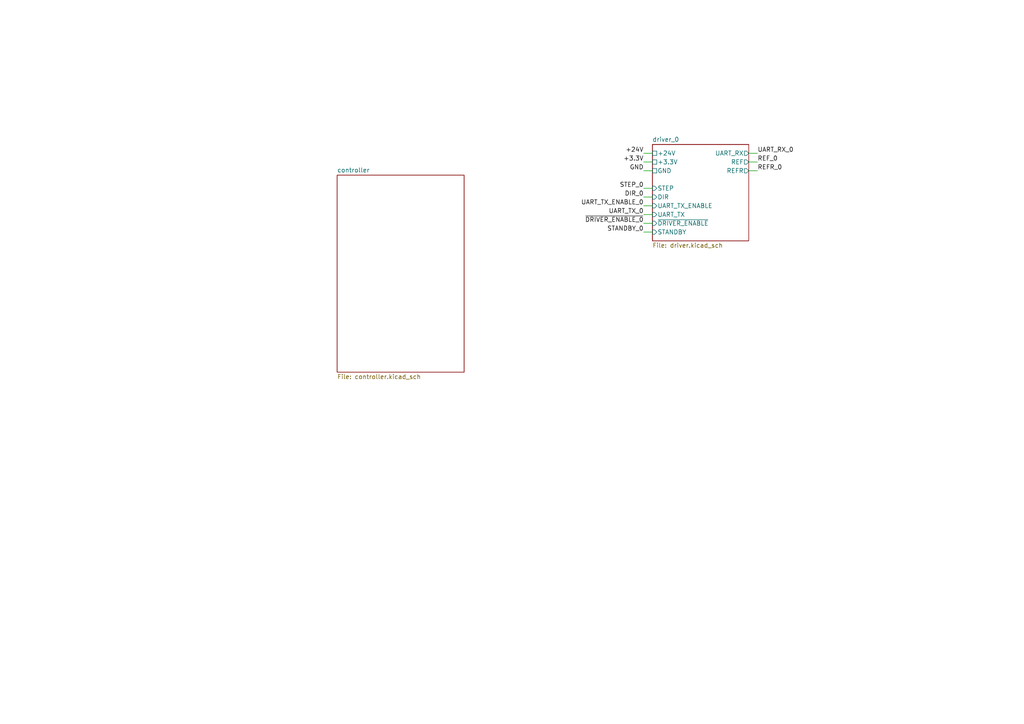
<source format=kicad_sch>
(kicad_sch (version 20230121) (generator eeschema)
  (paper "A4")
  (title_block (title "mouse_joystick_controller") (date "2023-07-12") (rev "2.0") (company "Howard Hughes Medical Institute"))
  (lib_symbols)
  (wire (pts (xy 189.23 46.99) (xy 186.69 46.99)))
  (wire (pts (xy 189.23 49.53) (xy 186.69 49.53)))
  (wire (pts (xy 217.17 49.53) (xy 219.71 49.53)))
  (wire (pts (xy 189.23 44.45) (xy 186.69 44.45)))
  (wire (pts (xy 217.17 44.45) (xy 219.71 44.45)))
  (wire (pts (xy 189.23 57.15) (xy 186.69 57.15)))
  (wire (pts (xy 217.17 46.99) (xy 219.71 46.99)))
  (wire (pts (xy 189.23 67.31) (xy 186.69 67.31)))
  (wire (pts (xy 189.23 62.23) (xy 186.69 62.23)))
  (wire (pts (xy 189.23 54.61) (xy 186.69 54.61)))
  (wire (pts (xy 189.23 59.69) (xy 186.69 59.69)))
  (wire (pts (xy 189.23 64.77) (xy 186.69 64.77)))
  (label "DIR_0" (at 186.69 57.15 180))
  (label "STEP_0" (at 186.69 54.61 180))
  (label "UART_TX_ENABLE_0" (at 186.69 59.69 180))
  (label "REF_0" (at 219.71 46.99 0))
  (label "UART_TX_0" (at 186.69 62.23 180))
  (label "STANDBY_0" (at 186.69 67.31 180))
  (label "GND" (at 186.69 49.53 180))
  (label "UART_RX_0" (at 219.71 44.45 0))
  (label "+24V" (at 186.69 44.45 180))
  (label "~{DRIVER_ENABLE_0}" (at 186.69 64.77 180))
  (label "REFR_0" (at 219.71 49.53 0))
  (label "+3.3V" (at 186.69 46.99 180))
  (sheet (at 189.23 41.91) (size 27.94 27.94) (stroke (width 0.1524))
    (property "Sheetname" "driver_0" (at 189.23 41.1984 0) (effects (justify left bottom)))
    (property "Sheetfile" "driver.kicad_sch" (at 189.23 70.4346 0) (effects (justify left top)))
    (pin "STANDBY" input (at 189.23 67.31 180))
    (pin "~{DRIVER_ENABLE}" input (at 189.23 64.77 180))
    (pin "REFR" output (at 217.17 49.53 0))
    (pin "REF" output (at 217.17 46.99 0))
    (pin "UART_RX" output (at 217.17 44.45 0))
    (pin "UART_TX" input (at 189.23 62.23 180))
    (pin "UART_TX_ENABLE" input (at 189.23 59.69 180))
    (pin "GND" passive (at 189.23 49.53 180))
    (pin "STEP" input (at 189.23 54.61 180))
    (pin "DIR" input (at 189.23 57.15 180))
    (pin "+3.3V" passive (at 189.23 46.99 180))
    (pin "+24V" passive (at 189.23 44.45 180))
  )
  (sheet (at 97.79 50.8) (size 36.83 57.15) (stroke (width 0.1524))
    (property "Sheetname" "controller" (at 97.79 50.0884 0) (effects (justify left bottom)))
    (property "Sheetfile" "controller.kicad_sch" (at 97.79 108.5346 0) (effects (justify left top)))
  )
)
</source>
